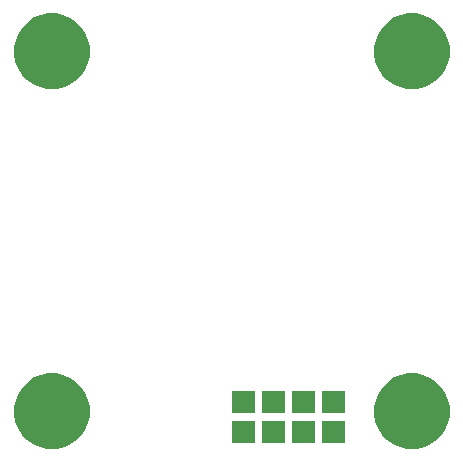
<source format=gbr>
G04 #@! TF.FileFunction,Soldermask,Top*
%FSLAX46Y46*%
G04 Gerber Fmt 4.6, Leading zero omitted, Abs format (unit mm)*
G04 Created by KiCad (PCBNEW 4.0.1-stable) date 8. 8. 2016 15:41:02*
%MOMM*%
G01*
G04 APERTURE LIST*
%ADD10C,0.500000*%
G04 APERTURE END LIST*
D10*
G36*
X35896110Y8277872D02*
X36510848Y8151685D01*
X37089363Y7908500D01*
X37609631Y7557574D01*
X38051824Y7112283D01*
X38399105Y6589582D01*
X38638249Y6009378D01*
X38760004Y5394466D01*
X38760004Y5394449D01*
X38760137Y5393776D01*
X38750128Y4676993D01*
X38749977Y4676330D01*
X38749977Y4676306D01*
X38611099Y4065032D01*
X38355851Y3491739D01*
X37994107Y2978933D01*
X37539653Y2546162D01*
X37009787Y2209900D01*
X36424712Y1982964D01*
X35806688Y1873989D01*
X35179273Y1887132D01*
X34566359Y2021890D01*
X33991293Y2273129D01*
X33475980Y2631282D01*
X33040044Y3082706D01*
X32700093Y3610208D01*
X32469075Y4193693D01*
X32355790Y4810936D01*
X32364551Y5438424D01*
X32495027Y6052266D01*
X32742248Y6629075D01*
X33096795Y7146877D01*
X33545163Y7585952D01*
X34070276Y7929576D01*
X34652132Y8164661D01*
X35268571Y8282254D01*
X35896110Y8277872D01*
X35896110Y8277872D01*
G37*
G36*
X5416110Y8277872D02*
X6030848Y8151685D01*
X6609363Y7908500D01*
X7129631Y7557574D01*
X7571824Y7112283D01*
X7919105Y6589582D01*
X8158249Y6009378D01*
X8280004Y5394466D01*
X8280004Y5394449D01*
X8280137Y5393776D01*
X8270128Y4676993D01*
X8269977Y4676330D01*
X8269977Y4676306D01*
X8131099Y4065032D01*
X7875851Y3491739D01*
X7514107Y2978933D01*
X7059653Y2546162D01*
X6529787Y2209900D01*
X5944712Y1982964D01*
X5326688Y1873989D01*
X4699273Y1887132D01*
X4086359Y2021890D01*
X3511293Y2273129D01*
X2995980Y2631282D01*
X2560044Y3082706D01*
X2220093Y3610208D01*
X1989075Y4193693D01*
X1875790Y4810936D01*
X1884551Y5438424D01*
X2015027Y6052266D01*
X2262248Y6629075D01*
X2616795Y7146877D01*
X3065163Y7585952D01*
X3590276Y7929576D01*
X4172132Y8164661D01*
X4788571Y8282254D01*
X5416110Y8277872D01*
X5416110Y8277872D01*
G37*
G36*
X22298000Y2340000D02*
X20374000Y2340000D01*
X20374000Y4264000D01*
X22298000Y4264000D01*
X22298000Y2340000D01*
X22298000Y2340000D01*
G37*
G36*
X29918000Y2340000D02*
X27994000Y2340000D01*
X27994000Y4264000D01*
X29918000Y4264000D01*
X29918000Y2340000D01*
X29918000Y2340000D01*
G37*
G36*
X27378000Y2340000D02*
X25454000Y2340000D01*
X25454000Y4264000D01*
X27378000Y4264000D01*
X27378000Y2340000D01*
X27378000Y2340000D01*
G37*
G36*
X24838000Y2340000D02*
X22914000Y2340000D01*
X22914000Y4264000D01*
X24838000Y4264000D01*
X24838000Y2340000D01*
X24838000Y2340000D01*
G37*
G36*
X24838000Y4880000D02*
X22914000Y4880000D01*
X22914000Y6804000D01*
X24838000Y6804000D01*
X24838000Y4880000D01*
X24838000Y4880000D01*
G37*
G36*
X22298000Y4880000D02*
X20374000Y4880000D01*
X20374000Y6804000D01*
X22298000Y6804000D01*
X22298000Y4880000D01*
X22298000Y4880000D01*
G37*
G36*
X27378000Y4880000D02*
X25454000Y4880000D01*
X25454000Y6804000D01*
X27378000Y6804000D01*
X27378000Y4880000D01*
X27378000Y4880000D01*
G37*
G36*
X29918000Y4880000D02*
X27994000Y4880000D01*
X27994000Y6804000D01*
X29918000Y6804000D01*
X29918000Y4880000D01*
X29918000Y4880000D01*
G37*
G36*
X5416110Y38757872D02*
X6030848Y38631685D01*
X6609363Y38388500D01*
X7129631Y38037574D01*
X7571824Y37592283D01*
X7919105Y37069582D01*
X8158249Y36489378D01*
X8280004Y35874466D01*
X8280004Y35874449D01*
X8280137Y35873776D01*
X8270128Y35156993D01*
X8269977Y35156330D01*
X8269977Y35156306D01*
X8131099Y34545032D01*
X7875851Y33971739D01*
X7514107Y33458933D01*
X7059653Y33026162D01*
X6529787Y32689900D01*
X5944712Y32462964D01*
X5326688Y32353989D01*
X4699273Y32367132D01*
X4086359Y32501890D01*
X3511293Y32753129D01*
X2995980Y33111282D01*
X2560044Y33562706D01*
X2220093Y34090208D01*
X1989075Y34673693D01*
X1875790Y35290936D01*
X1884551Y35918424D01*
X2015027Y36532266D01*
X2262248Y37109075D01*
X2616795Y37626877D01*
X3065163Y38065952D01*
X3590276Y38409576D01*
X4172132Y38644661D01*
X4788571Y38762254D01*
X5416110Y38757872D01*
X5416110Y38757872D01*
G37*
G36*
X35896110Y38757872D02*
X36510848Y38631685D01*
X37089363Y38388500D01*
X37609631Y38037574D01*
X38051824Y37592283D01*
X38399105Y37069582D01*
X38638249Y36489378D01*
X38760004Y35874466D01*
X38760004Y35874449D01*
X38760137Y35873776D01*
X38750128Y35156993D01*
X38749977Y35156330D01*
X38749977Y35156306D01*
X38611099Y34545032D01*
X38355851Y33971739D01*
X37994107Y33458933D01*
X37539653Y33026162D01*
X37009787Y32689900D01*
X36424712Y32462964D01*
X35806688Y32353989D01*
X35179273Y32367132D01*
X34566359Y32501890D01*
X33991293Y32753129D01*
X33475980Y33111282D01*
X33040044Y33562706D01*
X32700093Y34090208D01*
X32469075Y34673693D01*
X32355790Y35290936D01*
X32364551Y35918424D01*
X32495027Y36532266D01*
X32742248Y37109075D01*
X33096795Y37626877D01*
X33545163Y38065952D01*
X34070276Y38409576D01*
X34652132Y38644661D01*
X35268571Y38762254D01*
X35896110Y38757872D01*
X35896110Y38757872D01*
G37*
M02*

</source>
